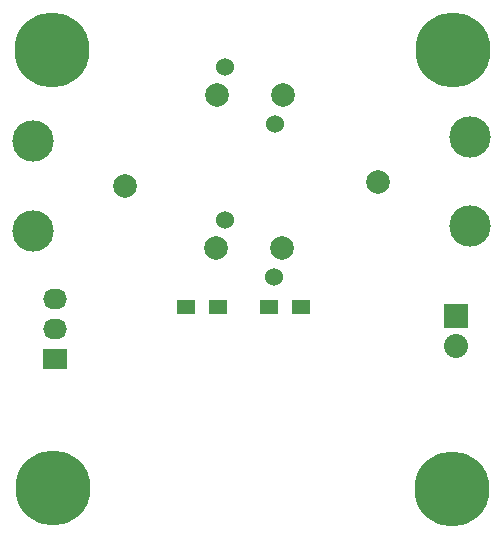
<source format=gbs>
%FSLAX46Y46*%
G04 Gerber Fmt 4.6, Leading zero omitted, Abs format (unit mm)*
G04 Created by KiCad (PCBNEW (2014-10-27 BZR 5228)-product) date 15/05/2015 07:51:36*
%MOMM*%
G01*
G04 APERTURE LIST*
%ADD10C,0.100000*%
%ADD11R,2.032000X2.032000*%
%ADD12O,2.032000X2.032000*%
%ADD13C,6.350000*%
%ADD14R,2.032000X1.727200*%
%ADD15O,2.032000X1.727200*%
%ADD16C,3.500000*%
%ADD17C,2.000000*%
%ADD18R,1.500000X1.300000*%
%ADD19C,1.998980*%
%ADD20C,1.524000*%
G04 APERTURE END LIST*
D10*
D11*
X160250000Y-126400000D03*
D12*
X160250000Y-128940000D03*
D13*
X126100000Y-141000000D03*
X159900000Y-141050000D03*
D14*
X126250000Y-130050000D03*
D15*
X126250000Y-127510000D03*
X126250000Y-124970000D03*
D16*
X124400000Y-111650000D03*
X124400000Y-119250000D03*
D17*
X132200000Y-115450000D03*
D16*
X161450000Y-118850000D03*
X161450000Y-111250000D03*
D17*
X153650000Y-115050000D03*
D18*
X144450000Y-125700000D03*
X147150000Y-125700000D03*
X137400000Y-125700000D03*
X140100000Y-125700000D03*
D19*
X145542000Y-120696000D03*
X139954000Y-120696000D03*
D20*
X140650000Y-118300000D03*
X144850000Y-123100000D03*
D19*
X140008000Y-107754000D03*
X145596000Y-107754000D03*
D20*
X144900000Y-110150000D03*
X140700000Y-105350000D03*
D13*
X159950000Y-103900000D03*
X126050000Y-103900000D03*
M02*

</source>
